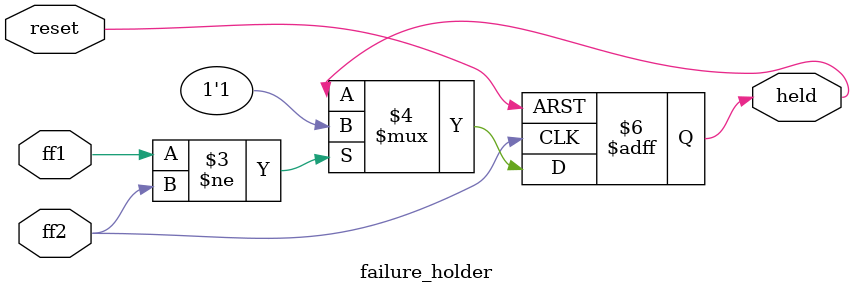
<source format=v>
`timescale 1ns / 1ps


module failure_holder(
        input ff1,
        input ff2,
        input reset,
        output reg held
    );
    
    always@(posedge ff2 or negedge reset) begin
        if(!reset) held <= 0;
        else if(ff1 != ff2) held <= 1;
    end
    
endmodule

</source>
